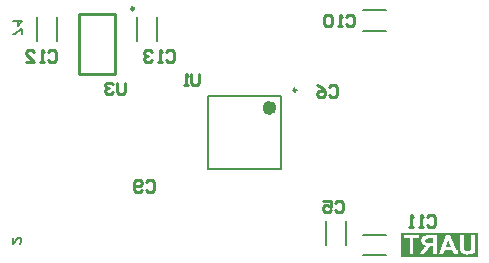
<source format=gbo>
G04*
G04 #@! TF.GenerationSoftware,Altium Limited,Altium Designer,22.11.1 (43)*
G04*
G04 Layer_Color=32896*
%FSLAX44Y44*%
%MOMM*%
G71*
G04*
G04 #@! TF.SameCoordinates,238175EB-3BB2-4886-BFDA-CBBE0BB03E55*
G04*
G04*
G04 #@! TF.FilePolarity,Positive*
G04*
G01*
G75*
%ADD10C,0.2500*%
%ADD11C,0.2540*%
%ADD12C,0.2000*%
%ADD14C,0.1500*%
%ADD60C,0.6000*%
G36*
X417500Y45000D02*
X352500D01*
Y65000D01*
X417500D01*
Y45000D01*
D02*
G37*
%LPC*%
G36*
X400480Y63157D02*
D01*
Y47144D01*
X394279Y63157D01*
X384422D01*
X390854D01*
X384422Y47144D01*
D01*
X387916D01*
X389304Y50777D01*
X395737D01*
X397056Y47144D01*
X394908D01*
X400480D01*
Y63157D01*
D02*
G37*
G36*
X382686D02*
X368293D01*
D01*
X375467D01*
X375258Y63134D01*
X375004D01*
X374749Y63110D01*
X374448D01*
X373847Y63041D01*
X373222Y62972D01*
X372644Y62856D01*
X372389Y62786D01*
X372158Y62717D01*
X372135D01*
X372111Y62694D01*
X371973Y62624D01*
X371764Y62509D01*
X371487Y62370D01*
X371186Y62139D01*
X370885Y61884D01*
X370584Y61560D01*
X370307Y61167D01*
Y61143D01*
X370283Y61120D01*
X370237Y61051D01*
X370191Y60981D01*
X370075Y60750D01*
X369936Y60449D01*
X369821Y60079D01*
X369705Y59663D01*
X369612Y59177D01*
X369589Y58668D01*
Y58644D01*
Y58598D01*
Y58482D01*
X369612Y58367D01*
Y58205D01*
X369635Y58043D01*
X369728Y57626D01*
X369844Y57140D01*
X370029Y56655D01*
X370307Y56145D01*
X370468Y55914D01*
X370654Y55683D01*
X370677Y55659D01*
X370700Y55636D01*
X370769Y55567D01*
X370862Y55497D01*
X370954Y55405D01*
X371093Y55289D01*
X371255Y55174D01*
X371440Y55058D01*
X371649Y54919D01*
X371903Y54803D01*
X372158Y54688D01*
X372435Y54572D01*
X372759Y54456D01*
X373083Y54364D01*
X373430Y54271D01*
X373824Y54202D01*
X373801D01*
X373777Y54179D01*
X373638Y54086D01*
X373453Y53970D01*
X373222Y53808D01*
X372944Y53600D01*
X372667Y53392D01*
X372366Y53137D01*
X372111Y52860D01*
X372088Y52836D01*
X371973Y52721D01*
X371834Y52536D01*
X371625Y52258D01*
X371348Y51911D01*
X371209Y51680D01*
X371047Y51448D01*
X370862Y51194D01*
X370677Y50916D01*
X370468Y50592D01*
X370260Y50268D01*
X368293Y47144D01*
D01*
X372181D01*
X374495Y50615D01*
X374518Y50638D01*
X374541Y50708D01*
X374610Y50800D01*
X374703Y50916D01*
X374795Y51055D01*
X374911Y51240D01*
X375166Y51610D01*
X375467Y52027D01*
X375744Y52397D01*
X375999Y52744D01*
X376115Y52860D01*
X376207Y52975D01*
X376230Y52998D01*
X376276Y53045D01*
X376369Y53137D01*
X376485Y53253D01*
X376647Y53345D01*
X376809Y53461D01*
X376994Y53554D01*
X377179Y53646D01*
X377202D01*
X377271Y53670D01*
X377387Y53716D01*
X377572Y53739D01*
X377804Y53785D01*
X378081Y53808D01*
X378405Y53832D01*
X379446D01*
Y47144D01*
X382686D01*
Y63157D01*
D02*
G37*
G36*
X367669D02*
X354965D01*
Y60449D01*
X359686D01*
Y47144D01*
X362925D01*
Y60449D01*
X367669D01*
Y47144D01*
D01*
D01*
Y63157D01*
D02*
G37*
G36*
X415035D02*
X402262D01*
Y54017D01*
X402285Y53739D01*
Y53438D01*
Y53137D01*
X402331Y52466D01*
X402378Y51772D01*
X402401Y51471D01*
X402447Y51170D01*
X402493Y50893D01*
X402540Y50638D01*
Y50615D01*
X402563Y50592D01*
Y50522D01*
X402586Y50453D01*
X402655Y50222D01*
X402748Y49944D01*
X402887Y49620D01*
X403049Y49296D01*
X403257Y48949D01*
X403512Y48625D01*
X403535Y48579D01*
X403627Y48486D01*
X403789Y48347D01*
X403997Y48162D01*
X404275Y47954D01*
X404599Y47746D01*
X404969Y47514D01*
X405386Y47329D01*
X405409D01*
X405432Y47306D01*
X405502Y47283D01*
X405594Y47260D01*
X405710Y47214D01*
X405849Y47167D01*
X406034Y47121D01*
X406219Y47098D01*
X406659Y47005D01*
X407191Y46913D01*
X407792Y46866D01*
X408463Y46843D01*
X408834D01*
X409042Y46866D01*
X409250D01*
X409505Y46890D01*
X409759Y46913D01*
X410314Y46959D01*
X410893Y47052D01*
X411471Y47190D01*
X411726Y47260D01*
X411957Y47352D01*
X411981D01*
X412004Y47376D01*
X412142Y47445D01*
X412374Y47561D01*
X412628Y47723D01*
X412929Y47931D01*
X413253Y48162D01*
X413554Y48440D01*
X413832Y48741D01*
X413855Y48787D01*
X413947Y48880D01*
X414063Y49065D01*
X414202Y49296D01*
X414341Y49551D01*
X414503Y49851D01*
X414618Y50175D01*
X414734Y50522D01*
Y50546D01*
X414757Y50592D01*
Y50661D01*
X414780Y50777D01*
X414804Y50916D01*
X414827Y51101D01*
X414850Y51309D01*
X414873Y51541D01*
X414919Y51818D01*
X414942Y52119D01*
X414966Y52443D01*
X414989Y52813D01*
X415012Y53207D01*
Y53646D01*
X415035Y54109D01*
Y46843D01*
X415035D01*
X415035D01*
Y63157D01*
D02*
G37*
%LPD*%
G36*
X394765Y53484D02*
X390345D01*
X392590Y59431D01*
X394765Y53484D01*
D02*
G37*
G36*
X379446Y56377D02*
X376300D01*
X375837Y56400D01*
X375351Y56423D01*
X374865Y56446D01*
X374657Y56469D01*
X374472Y56493D01*
X374286Y56539D01*
X374171Y56562D01*
X374148D01*
X374078Y56608D01*
X373963Y56655D01*
X373847Y56724D01*
X373546Y56932D01*
X373407Y57071D01*
X373268Y57233D01*
X373245Y57256D01*
X373222Y57326D01*
X373153Y57418D01*
X373083Y57557D01*
X373037Y57742D01*
X372967Y57950D01*
X372944Y58182D01*
X372921Y58436D01*
Y58482D01*
Y58575D01*
X372944Y58714D01*
X372967Y58899D01*
X373037Y59107D01*
X373106Y59316D01*
X373222Y59547D01*
X373361Y59732D01*
X373384Y59755D01*
X373430Y59825D01*
X373546Y59894D01*
X373685Y60010D01*
X373847Y60125D01*
X374055Y60218D01*
X374310Y60311D01*
X374587Y60380D01*
X374610D01*
X374680Y60403D01*
X374819D01*
X375027Y60426D01*
X375536D01*
X375744Y60449D01*
X379446D01*
Y56377D01*
D02*
G37*
G36*
X411795Y54456D02*
Y54433D01*
Y54364D01*
Y54271D01*
Y54132D01*
Y53947D01*
Y53762D01*
X411772Y53345D01*
Y52883D01*
X411749Y52443D01*
X411726Y52235D01*
Y52050D01*
X411703Y51911D01*
X411680Y51772D01*
Y51726D01*
X411633Y51610D01*
X411564Y51425D01*
X411471Y51194D01*
X411356Y50939D01*
X411171Y50684D01*
X410962Y50407D01*
X410708Y50175D01*
X410662Y50152D01*
X410569Y50083D01*
X410384Y49990D01*
X410153Y49898D01*
X409829Y49782D01*
X409458Y49689D01*
X409042Y49620D01*
X408556Y49597D01*
X408325D01*
X408093Y49620D01*
X407792Y49666D01*
X407445Y49736D01*
X407121Y49828D01*
X406774Y49967D01*
X406497Y50152D01*
X406473Y50175D01*
X406381Y50245D01*
X406265Y50361D01*
X406126Y50522D01*
X405987Y50731D01*
X405849Y50962D01*
X405733Y51217D01*
X405663Y51518D01*
Y51564D01*
X405640Y51680D01*
X405617Y51888D01*
X405571Y52165D01*
Y52351D01*
X405548Y52559D01*
Y52790D01*
X405525Y53022D01*
Y53299D01*
X405502Y53600D01*
Y53924D01*
Y54271D01*
Y63157D01*
X411795D01*
Y54456D01*
D02*
G37*
D10*
X263750Y186000D02*
G03*
X263750Y186000I-1250J0D01*
G01*
D11*
X126270Y255000D02*
G03*
X126270Y255000I-1270J0D01*
G01*
X80000Y250100D02*
X110000D01*
X80000Y199900D02*
X110000D01*
X80000D02*
Y250100D01*
X110000Y199900D02*
Y250100D01*
X153331Y218332D02*
X154998Y219998D01*
X158330D01*
X159996Y218332D01*
Y211668D01*
X158330Y210002D01*
X154998D01*
X153331Y211668D01*
X149999Y210002D02*
X146667D01*
X148333D01*
Y219998D01*
X149999Y218332D01*
X141669D02*
X140002Y219998D01*
X136670D01*
X135004Y218332D01*
Y216666D01*
X136670Y215000D01*
X138336D01*
X136670D01*
X135004Y213334D01*
Y211668D01*
X136670Y210002D01*
X140002D01*
X141669Y211668D01*
X53331Y218332D02*
X54998Y219998D01*
X58330D01*
X59996Y218332D01*
Y211668D01*
X58330Y210002D01*
X54998D01*
X53331Y211668D01*
X49999Y210002D02*
X46667D01*
X48333D01*
Y219998D01*
X49999Y218332D01*
X35004Y210002D02*
X41669D01*
X35004Y216666D01*
Y218332D01*
X36670Y219998D01*
X40002D01*
X41669Y218332D01*
X118331Y192498D02*
Y184168D01*
X116664Y182502D01*
X113332D01*
X111666Y184168D01*
Y192498D01*
X108334Y190832D02*
X106668Y192498D01*
X103336D01*
X101669Y190832D01*
Y189166D01*
X103336Y187500D01*
X105002D01*
X103336D01*
X101669Y185834D01*
Y184168D01*
X103336Y182502D01*
X106668D01*
X108334Y184168D01*
X374165Y78332D02*
X375831Y79998D01*
X379164D01*
X380830Y78332D01*
Y71668D01*
X379164Y70002D01*
X375831D01*
X374165Y71668D01*
X370833Y70002D02*
X367501D01*
X369167D01*
Y79998D01*
X370833Y78332D01*
X362502Y70002D02*
X359170D01*
X360836D01*
Y79998D01*
X362502Y78332D01*
X305832Y248332D02*
X307498Y249998D01*
X310830D01*
X312496Y248332D01*
Y241668D01*
X310830Y240002D01*
X307498D01*
X305832Y241668D01*
X302499Y240002D02*
X299167D01*
X300833D01*
Y249998D01*
X302499Y248332D01*
X294169D02*
X292502Y249998D01*
X289170D01*
X287504Y248332D01*
Y241668D01*
X289170Y240002D01*
X292502D01*
X294169Y241668D01*
Y248332D01*
X136666Y108332D02*
X138332Y109998D01*
X141664D01*
X143331Y108332D01*
Y101668D01*
X141664Y100002D01*
X138332D01*
X136666Y101668D01*
X133334D02*
X131668Y100002D01*
X128336D01*
X126669Y101668D01*
Y108332D01*
X128336Y109998D01*
X131668D01*
X133334Y108332D01*
Y106666D01*
X131668Y105000D01*
X126669D01*
X291666Y188332D02*
X293332Y189998D01*
X296665D01*
X298331Y188332D01*
Y181668D01*
X296665Y180002D01*
X293332D01*
X291666Y181668D01*
X281669Y189998D02*
X285002Y188332D01*
X288334Y185000D01*
Y181668D01*
X286668Y180002D01*
X283335D01*
X281669Y181668D01*
Y183334D01*
X283335Y185000D01*
X288334D01*
X296666Y90832D02*
X298332Y92498D01*
X301665D01*
X303331Y90832D01*
Y84168D01*
X301665Y82502D01*
X298332D01*
X296666Y84168D01*
X286669Y92498D02*
X293334D01*
Y87500D01*
X290002Y89166D01*
X288335D01*
X286669Y87500D01*
Y84168D01*
X288335Y82502D01*
X291668D01*
X293334Y84168D01*
X181665Y199998D02*
Y191668D01*
X179998Y190002D01*
X176666D01*
X175000Y191668D01*
Y199998D01*
X171668Y190002D02*
X168335D01*
X170002D01*
Y199998D01*
X171668Y198332D01*
D12*
X146000Y227439D02*
Y247561D01*
X129000Y227439D02*
Y247561D01*
X61000Y227439D02*
Y247561D01*
X44000Y227439D02*
Y247561D01*
X189000Y119000D02*
X251000D01*
X189000Y181000D02*
X251000D01*
X189000Y119000D02*
Y181000D01*
X251000Y119000D02*
Y181000D01*
X319939Y46500D02*
X340061D01*
X319939Y63500D02*
X340061D01*
X289000Y54939D02*
Y75061D01*
X306000Y54939D02*
Y75061D01*
X319939Y253500D02*
X340061D01*
X319939Y236500D02*
X340061D01*
D14*
X23500Y60998D02*
Y56000D01*
X28498Y60998D01*
X29748D01*
X30998Y59749D01*
Y57250D01*
X29748Y56000D01*
X31649Y233184D02*
Y238182D01*
X30399D01*
X25401Y233184D01*
X24151D01*
Y244430D02*
X31649D01*
X27900Y240681D01*
Y245680D01*
D60*
X244000Y171000D02*
G03*
X244000Y171000I-3000J0D01*
G01*
M02*

</source>
